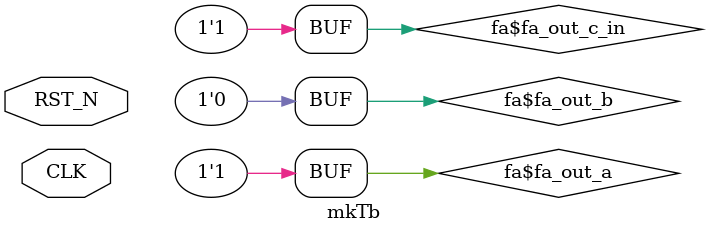
<source format=v>

`ifdef BSV_ASSIGNMENT_DELAY
`else
  `define BSV_ASSIGNMENT_DELAY
`endif

`ifdef BSV_POSITIVE_RESET
  `define BSV_RESET_VALUE 1'b1
  `define BSV_RESET_EDGE posedge
`else
  `define BSV_RESET_VALUE 1'b0
  `define BSV_RESET_EDGE negedge
`endif

module mkTb(CLK,
	    RST_N);
  input  CLK;
  input  RST_N;

  // ports of submodule fa
  wire [1 : 0] fa$fa_out;
  wire fa$fa_out_a, fa$fa_out_b, fa$fa_out_c_in;

  // submodule fa
  mkFA fa(.CLK(CLK),
	  .RST_N(RST_N),
	  .fa_out_a(fa$fa_out_a),
	  .fa_out_b(fa$fa_out_b),
	  .fa_out_c_in(fa$fa_out_c_in),
	  .fa_out(fa$fa_out),
	  .RDY_fa_out());

  // submodule fa
  assign fa$fa_out_a = 1'd1 ;
  assign fa$fa_out_b = 1'd0 ;
  assign fa$fa_out_c_in = 1'd1 ;

  // handling of system tasks

  // synopsys translate_off
  always@(negedge CLK)
  begin
    #0;
    $display("%0x", fa$fa_out);
    $finish(32'd0);
  end
  // synopsys translate_on
endmodule  // mkTb


</source>
